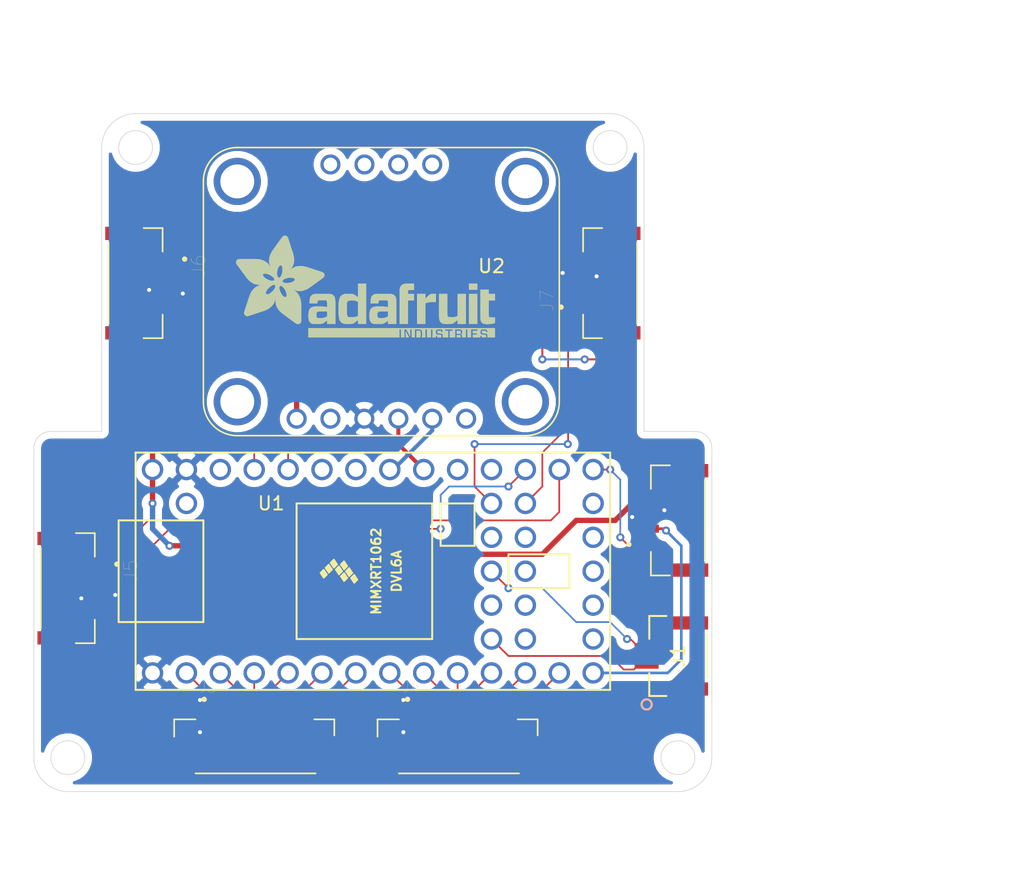
<source format=kicad_pcb>
(kicad_pcb (version 20171130) (host pcbnew "(5.1.9)-1")
  (layers (0 F.Cu signal) (31 B.Cu power) (34 B.Paste user) (35 F.Paste user) (36 B.SilkS user) (37 F.SilkS user) (38 B.Mask user) (39 F.Mask user) (44 Edge.Cuts user))
  (net 0 "")
  (net 1 "Net-(J3-Pad7)")
  (net 2 "Net-(J3-Pad6)")
  (net 3 "Net-(J3-Pad5)")
  (net 4 "Net-(J3-Pad4)")
  (net 5 "Net-(J3-Pad3)")
  (net 6 "Net-(J3-Pad2)")
  (net 7 "Net-(J4-Pad7)")
  (net 8 "Net-(J4-Pad6)")
  (net 9 "Net-(J4-Pad5)")
  (net 10 "Net-(J4-Pad4)")
  (net 11 "Net-(J4-Pad3)")
  (net 12 "Net-(J4-Pad2)")
  (net 13 "Net-(J5-Pad1)")
  (net 14 "Net-(J5-Pad2)")
  (net 15 "Net-(J6-Pad1)")
  (net 16 "Net-(J6-Pad2)")
  (net 17 "Net-(J7-Pad1)")
  (net 18 "Net-(J7-Pad2)")
  (net 19 "Net-(U1-Pad17)")
  (net 20 "Net-(U1-Pad16)")
  (net 21 "Net-(U1-Pad24)")
  (net 22 "Net-(U1-Pad25)")
  (net 23 "Net-(U1-Pad26)")
  (net 24 "Net-(U1-Pad27)")
  (net 25 "Net-(U1-Pad28)")
  (net 26 "Net-(U1-Pad31)")
  (net 27 "Net-(U1-Pad34)")
  (net 28 "Net-(U1-Pad37)")
  (net 29 "Net-(U1-Pad38)")
  (net 30 "Net-(U1-Pad39)")
  (net 31 "Net-(U1-Pad41)")
  (net 32 "Net-(U1-Pad42)")
  (net 33 "Net-(U1-Pad43)")
  (net 34 "Net-(J1-Pad2)")
  (net 35 "Net-(J1-Pad1)")
  (net 36 "Net-(U2-Pad10)")
  (net 37 "Net-(U2-Pad9)")
  (net 38 "Net-(U2-Pad8)")
  (net 39 "Net-(U2-Pad7)")
  (net 40 "Net-(U2-Pad6)")
  (net 41 "Net-(U2-Pad2)")
  (net 42 GND)
  (net 43 5V)
  (net 44 "Net-(U1-Pad19)")
  (net 45 "Net-(U1-Pad18)")
  (net 46 "Net-(J2-Pad1)")
  (net 47 "Net-(J2-Pad2)")
  (net 48 "Net-(U1-Pad15)")
  (net 49 "Net-(U1-Pad23)")
  (module UAS_Teensy:BNO055_Breakout (layer F.Cu) (at 118.11 55.88)
    (fp_text reference U2 (at -5.08 8.89) (layer F.SilkS))
    (fp_text value BNO055)
    (pad 6 thru_hole circle (at -6.98 20.32) (size 1.5 1.5) (drill 1.02) (layers *.Cu *.Mask) (net 40 "Net-(U2-Pad6)"))
    (pad 5 thru_hole circle (at -9.52 20.32) (size 1.5 1.5) (drill 1.02) (layers *.Cu *.Mask) (net 23 "Net-(U1-Pad26)"))
    (pad 4 thru_hole circle (at -12.06 20.32) (size 1.5 1.5) (drill 1.02) (layers *.Cu *.Mask) (net 22 "Net-(U1-Pad25)"))
    (pad 3 thru_hole circle (at -14.61 20.32) (size 1.5 1.5) (drill 1.02) (layers *.Cu *.Mask) (net 42 GND))
    (pad 2 thru_hole circle (at -17.15 20.32) (size 1.5 1.5) (drill 1.02) (layers *.Cu *.Mask) (net 41 "Net-(U2-Pad2)"))
    (pad 1 thru_hole circle (at -19.68 20.32) (size 1.5 1.5) (drill 1.02) (layers *.Cu *.Mask) (net 43 5V))
    (pad 10 thru_hole circle (at -9.52 1.27) (size 1.5 1.5) (drill 1.03) (layers *.Cu *.Mask) (net 36 "Net-(U2-Pad10)"))
    (pad 9 thru_hole circle (at -12.07 1.27) (size 1.5 1.5) (drill 1.02) (layers *.Cu *.Mask) (net 37 "Net-(U2-Pad9)"))
    (pad 8 thru_hole circle (at -14.6 1.27) (size 1.5 1.5) (drill 1.02) (layers *.Cu *.Mask) (net 38 "Net-(U2-Pad8)"))
    (pad 7 thru_hole circle (at -17.15 1.27) (size 1.5 1.5) (drill 1.02) (layers *.Cu *.Mask) (net 39 "Net-(U2-Pad7)"))
    (pad 13 thru_hole circle (at -24.13 19.05) (size 3.54 3.54) (drill 2.54) (layers *.Cu *.Mask))
    (pad 12 thru_hole circle (at -2.54 19.05) (size 3.54 3.54) (drill 2.54) (layers *.Cu *.Mask))
    (pad 14 thru_hole circle (at -24.13 2.54) (size 3.54 3.54) (drill 2.54) (layers *.Cu *.Mask))
    (pad 11 thru_hole circle (at -2.54 2.54) (size 3.54 3.54) (drill 2.54) (layers *.Cu *.Mask))
  )
  (module "UAS_Teensy:JST_SM04B-GHS-TB(LF)(SN)-" (layer F.Cu) (at 121.92 66.04 90)
    (fp_text reference J7 (at -1.32721 -4.71786 90) (layer F.SilkS) (effects (font (size 1.001669 1.001669) (thickness 0.015))))
    (fp_text value "SM04B-GHS-TB(LF)(SN)-")
    (pad SH2 smd rect (at 3.725 0.925 90) (size 1 2.7) (layers F.Cu F.Paste F.Mask))
    (pad 4 smd rect (at 1.875 -2.275 90) (size 0.6 1.7) (layers F.Cu F.Paste F.Mask) (net 43 5V))
    (pad 3 smd rect (at 0.625 -2.275 90) (size 0.6 1.7) (layers F.Cu F.Paste F.Mask) (net 42 GND))
    (pad 1 smd rect (at -1.875 -2.275 90) (size 0.6 1.7) (layers F.Cu F.Paste F.Mask) (net 17 "Net-(J7-Pad1)"))
    (pad 2 smd rect (at -0.625 -2.275 90) (size 0.6 1.7) (layers F.Cu F.Paste F.Mask) (net 18 "Net-(J7-Pad2)"))
    (pad SH1 smd rect (at -3.725 0.925 90) (size 1 2.7) (layers F.Cu F.Paste F.Mask))
  )
  (module "UAS_Teensy:JST_SM04B-GHS-TB(LF)(SN)-" (layer F.Cu) (at 86.36 66.04 270)
    (fp_text reference J6 (at -1.32721 -4.71786 90) (layer F.SilkS) (effects (font (size 1.001669 1.001669) (thickness 0.015))))
    (fp_text value "SM04B-GHS-TB(LF)(SN)-")
    (pad SH2 smd rect (at 3.725 0.925 270) (size 1 2.7) (layers F.Cu F.Paste F.Mask))
    (pad 4 smd rect (at 1.875 -2.275 270) (size 0.6 1.7) (layers F.Cu F.Paste F.Mask) (net 43 5V))
    (pad 3 smd rect (at 0.625 -2.275 270) (size 0.6 1.7) (layers F.Cu F.Paste F.Mask) (net 42 GND))
    (pad 1 smd rect (at -1.875 -2.275 270) (size 0.6 1.7) (layers F.Cu F.Paste F.Mask) (net 15 "Net-(J6-Pad1)"))
    (pad 2 smd rect (at -0.625 -2.275 270) (size 0.6 1.7) (layers F.Cu F.Paste F.Mask) (net 16 "Net-(J6-Pad2)"))
    (pad SH1 smd rect (at -3.725 0.925 270) (size 1 2.7) (layers F.Cu F.Paste F.Mask))
  )
  (module "UAS_Teensy:JST_SM04B-GHS-TB(LF)(SN)-" (layer F.Cu) (at 81.28 88.9 270)
    (fp_text reference J5 (at -1.32721 -4.71786 90) (layer F.SilkS) (effects (font (size 1.001669 1.001669) (thickness 0.015))))
    (fp_text value "SM04B-GHS-TB(LF)(SN)-")
    (pad SH2 smd rect (at 3.725 0.925 270) (size 1 2.7) (layers F.Cu F.Paste F.Mask))
    (pad 4 smd rect (at 1.875 -2.275 270) (size 0.6 1.7) (layers F.Cu F.Paste F.Mask) (net 43 5V))
    (pad 3 smd rect (at 0.625 -2.275 270) (size 0.6 1.7) (layers F.Cu F.Paste F.Mask) (net 42 GND))
    (pad 1 smd rect (at -1.875 -2.275 270) (size 0.6 1.7) (layers F.Cu F.Paste F.Mask) (net 13 "Net-(J5-Pad1)"))
    (pad 2 smd rect (at -0.625 -2.275 270) (size 0.6 1.7) (layers F.Cu F.Paste F.Mask) (net 14 "Net-(J5-Pad2)"))
    (pad SH1 smd rect (at -3.725 0.925 270) (size 1 2.7) (layers F.Cu F.Paste F.Mask))
  )
  (module "UAS_Teensy:JST_SM07B-GHS-TB(LF)(SN)" (layer F.Cu) (at 110.49 100.33)
    (fp_text reference J4 (at -3.461675 -4.009935) (layer F.SilkS) (effects (font (size 0.800386 0.800386) (thickness 0.015))))
    (fp_text value "SM07B-GHS-TB(LF)(SN)")
    (pad S2 smd rect (at -5.6 1.35) (size 1 2.7) (layers F.Cu F.Paste F.Mask))
    (pad 7 smd rect (at 3.75 -1.85) (size 0.6 1.7) (layers F.Cu F.Paste F.Mask) (net 7 "Net-(J4-Pad7)"))
    (pad 6 smd rect (at 2.5 -1.85) (size 0.6 1.7) (layers F.Cu F.Paste F.Mask) (net 8 "Net-(J4-Pad6)"))
    (pad S1 smd rect (at 5.6 1.35) (size 1 2.7) (layers F.Cu F.Paste F.Mask))
    (pad 5 smd rect (at 1.25 -1.85) (size 0.6 1.7) (layers F.Cu F.Paste F.Mask) (net 9 "Net-(J4-Pad5)"))
    (pad 4 smd rect (at 0 -1.85) (size 0.6 1.7) (layers F.Cu F.Paste F.Mask) (net 10 "Net-(J4-Pad4)"))
    (pad 3 smd rect (at -1.25 -1.85) (size 0.6 1.7) (layers F.Cu F.Paste F.Mask) (net 11 "Net-(J4-Pad3)"))
    (pad 2 smd rect (at -2.5 -1.85) (size 0.6 1.7) (layers F.Cu F.Paste F.Mask) (net 12 "Net-(J4-Pad2)"))
    (pad 1 smd rect (at -3.75 -1.85) (size 0.6 1.7) (layers F.Cu F.Paste F.Mask) (net 42 GND))
  )
  (module "UAS_Teensy:JST_SM07B-GHS-TB(LF)(SN)" (layer F.Cu) (at 95.25 100.33)
    (fp_text reference J3 (at -3.461675 -4.009935) (layer F.SilkS) (effects (font (size 0.800386 0.800386) (thickness 0.015))))
    (fp_text value "SM07B-GHS-TB(LF)(SN)")
    (pad S2 smd rect (at -5.6 1.35) (size 1 2.7) (layers F.Cu F.Paste F.Mask))
    (pad 7 smd rect (at 3.75 -1.85) (size 0.6 1.7) (layers F.Cu F.Paste F.Mask) (net 1 "Net-(J3-Pad7)"))
    (pad 6 smd rect (at 2.5 -1.85) (size 0.6 1.7) (layers F.Cu F.Paste F.Mask) (net 2 "Net-(J3-Pad6)"))
    (pad S1 smd rect (at 5.6 1.35) (size 1 2.7) (layers F.Cu F.Paste F.Mask))
    (pad 5 smd rect (at 1.25 -1.85) (size 0.6 1.7) (layers F.Cu F.Paste F.Mask) (net 3 "Net-(J3-Pad5)"))
    (pad 4 smd rect (at 0 -1.85) (size 0.6 1.7) (layers F.Cu F.Paste F.Mask) (net 4 "Net-(J3-Pad4)"))
    (pad 3 smd rect (at -1.25 -1.85) (size 0.6 1.7) (layers F.Cu F.Paste F.Mask) (net 5 "Net-(J3-Pad3)"))
    (pad 2 smd rect (at -2.5 -1.85) (size 0.6 1.7) (layers F.Cu F.Paste F.Mask) (net 6 "Net-(J3-Pad2)"))
    (pad 1 smd rect (at -3.75 -1.85) (size 0.6 1.7) (layers F.Cu F.Paste F.Mask) (net 42 GND))
  )
  (module "UAS_Teensy:JST_SM04B-GHS-TB(LF)(SN)-" (layer F.Cu) (at 127 83.82 90)
    (fp_text reference J2 (at -1.32721 -4.71786 90) (layer F.SilkS) (effects (font (size 1.001669 1.001669) (thickness 0.015))))
    (fp_text value "SM04B-GHS-TB(LF)(SN)-")
    (pad SH2 smd rect (at 3.725 0.925 90) (size 1 2.7) (layers F.Cu F.Paste F.Mask))
    (pad 4 smd rect (at 1.875 -2.275 90) (size 0.6 1.7) (layers F.Cu F.Paste F.Mask) (net 43 5V))
    (pad 3 smd rect (at 0.625 -2.275 90) (size 0.6 1.7) (layers F.Cu F.Paste F.Mask) (net 42 GND))
    (pad 1 smd rect (at -1.875 -2.275 90) (size 0.6 1.7) (layers F.Cu F.Paste F.Mask) (net 46 "Net-(J2-Pad1)"))
    (pad 2 smd rect (at -0.625 -2.275 90) (size 0.6 1.7) (layers F.Cu F.Paste F.Mask) (net 47 "Net-(J2-Pad2)"))
    (pad SH1 smd rect (at -3.725 0.925 90) (size 1 2.7) (layers F.Cu F.Paste F.Mask))
  )
  (module UAS_Teensy:Teensy40 (layer F.Cu) (at 104.14 87.63)
    (fp_text reference U1 (at -7.62 -5.08) (layer F.SilkS))
    (fp_text value Teensy4.0)
    (fp_text user MIMXRT1062 (at 0.254 0 90) (layer F.SilkS) (effects (font (size 0.7 0.7))))
    (fp_text user DVL6A (at 1.778 0 90) (layer F.SilkS) (effects (font (size 0.7 0.7))))
    (pad 17 thru_hole circle (at 16.51 0) (size 1.6 1.6) (drill 1.1) (layers *.Cu *.Mask) (net 19 "Net-(U1-Pad17)"))
    (pad 18 thru_hole circle (at 16.51 -2.54) (size 1.6 1.6) (drill 1.1) (layers *.Cu *.Mask) (net 45 "Net-(U1-Pad18)"))
    (pad 19 thru_hole circle (at 16.51 -5.08) (size 1.6 1.6) (drill 1.1) (layers *.Cu *.Mask) (net 44 "Net-(U1-Pad19)"))
    (pad 20 thru_hole circle (at 16.51 -7.62) (size 1.6 1.6) (drill 1.1) (layers *.Cu *.Mask) (net 46 "Net-(J2-Pad1)"))
    (pad 16 thru_hole circle (at 16.51 2.54) (size 1.6 1.6) (drill 1.1) (layers *.Cu *.Mask) (net 20 "Net-(U1-Pad16)"))
    (pad 15 thru_hole circle (at 16.51 5.08) (size 1.6 1.6) (drill 1.1) (layers *.Cu *.Mask) (net 48 "Net-(U1-Pad15)"))
    (pad 14 thru_hole circle (at 16.51 7.62) (size 1.6 1.6) (drill 1.1) (layers *.Cu *.Mask) (net 47 "Net-(J2-Pad2)"))
    (pad 21 thru_hole circle (at 13.97 -7.62) (size 1.6 1.6) (drill 1.1) (layers *.Cu *.Mask) (net 13 "Net-(J5-Pad1)"))
    (pad 22 thru_hole circle (at 11.43 -7.62) (size 1.6 1.6) (drill 1.1) (layers *.Cu *.Mask) (net 14 "Net-(J5-Pad2)"))
    (pad 23 thru_hole circle (at 8.89 -7.62) (size 1.6 1.6) (drill 1.1) (layers *.Cu *.Mask) (net 49 "Net-(U1-Pad23)"))
    (pad 24 thru_hole circle (at 6.35 -7.62) (size 1.6 1.6) (drill 1.1) (layers *.Cu *.Mask) (net 21 "Net-(U1-Pad24)"))
    (pad 25 thru_hole circle (at 3.81 -7.62) (size 1.6 1.6) (drill 1.1) (layers *.Cu *.Mask) (net 22 "Net-(U1-Pad25)"))
    (pad 26 thru_hole circle (at 1.27 -7.62) (size 1.6 1.6) (drill 1.1) (layers *.Cu *.Mask) (net 23 "Net-(U1-Pad26)"))
    (pad 27 thru_hole circle (at -1.27 -7.62) (size 1.6 1.6) (drill 1.1) (layers *.Cu *.Mask) (net 24 "Net-(U1-Pad27)"))
    (pad 28 thru_hole circle (at -3.81 -7.62) (size 1.6 1.6) (drill 1.1) (layers *.Cu *.Mask) (net 25 "Net-(U1-Pad28)"))
    (pad 29 thru_hole circle (at -6.35 -7.62) (size 1.6 1.6) (drill 1.1) (layers *.Cu *.Mask) (net 15 "Net-(J6-Pad1)"))
    (pad 30 thru_hole circle (at -8.89 -7.62) (size 1.6 1.6) (drill 1.1) (layers *.Cu *.Mask) (net 16 "Net-(J6-Pad2)"))
    (pad 31 thru_hole circle (at -11.43 -7.62) (size 1.6 1.6) (drill 1.1) (layers *.Cu *.Mask) (net 26 "Net-(U1-Pad31)"))
    (pad 32 thru_hole circle (at -13.97 -7.62) (size 1.6 1.6) (drill 1.1) (layers *.Cu *.Mask) (net 42 GND))
    (pad 33 thru_hole circle (at -16.51 -7.62) (size 1.6 1.6) (drill 1.1) (layers *.Cu *.Mask) (net 43 5V))
    (pad 34 thru_hole circle (at -13.97 -5.08) (size 1.6 1.6) (drill 1.1) (layers *.Cu *.Mask) (net 27 "Net-(U1-Pad34)"))
    (pad 13 thru_hole circle (at 13.97 7.62) (size 1.6 1.6) (drill 1.1) (layers *.Cu *.Mask) (net 7 "Net-(J4-Pad7)"))
    (pad 12 thru_hole circle (at 11.43 7.62) (size 1.6 1.6) (drill 1.1) (layers *.Cu *.Mask) (net 8 "Net-(J4-Pad6)"))
    (pad 11 thru_hole circle (at 8.89 7.62) (size 1.6 1.6) (drill 1.1) (layers *.Cu *.Mask) (net 9 "Net-(J4-Pad5)"))
    (pad 10 thru_hole circle (at 6.35 7.62) (size 1.6 1.6) (drill 1.1) (layers *.Cu *.Mask) (net 10 "Net-(J4-Pad4)"))
    (pad 9 thru_hole circle (at 3.81 7.62) (size 1.6 1.6) (drill 1.1) (layers *.Cu *.Mask) (net 11 "Net-(J4-Pad3)"))
    (pad 8 thru_hole circle (at 1.27 7.62) (size 1.6 1.6) (drill 1.1) (layers *.Cu *.Mask) (net 12 "Net-(J4-Pad2)"))
    (pad 7 thru_hole circle (at -1.27 7.62) (size 1.6 1.6) (drill 1.1) (layers *.Cu *.Mask) (net 1 "Net-(J3-Pad7)"))
    (pad 6 thru_hole circle (at -3.81 7.62) (size 1.6 1.6) (drill 1.1) (layers *.Cu *.Mask) (net 2 "Net-(J3-Pad6)"))
    (pad 5 thru_hole circle (at -6.35 7.62) (size 1.6 1.6) (drill 1.1) (layers *.Cu *.Mask) (net 3 "Net-(J3-Pad5)"))
    (pad 4 thru_hole circle (at -8.89 7.62) (size 1.6 1.6) (drill 1.1) (layers *.Cu *.Mask) (net 4 "Net-(J3-Pad4)"))
    (pad 3 thru_hole circle (at -11.43 7.62) (size 1.6 1.6) (drill 1.1) (layers *.Cu *.Mask) (net 5 "Net-(J3-Pad3)"))
    (pad 2 thru_hole circle (at -13.97 7.62) (size 1.6 1.6) (drill 1.1) (layers *.Cu *.Mask) (net 6 "Net-(J3-Pad2)"))
    (pad 1 thru_hole circle (at -16.51 7.62) (size 1.6 1.6) (drill 1.1) (layers *.Cu *.Mask) (net 42 GND))
    (pad 35 thru_hole circle (at 11.43 -5.08) (size 1.6 1.6) (drill 1.1) (layers *.Cu *.Mask) (net 18 "Net-(J7-Pad2)"))
    (pad 36 thru_hole circle (at 8.89 -5.08) (size 1.6 1.6) (drill 1.1) (layers *.Cu *.Mask) (net 17 "Net-(J7-Pad1)"))
    (pad 37 thru_hole circle (at 11.43 -2.54) (size 1.6 1.6) (drill 1.1) (layers *.Cu *.Mask) (net 28 "Net-(U1-Pad37)"))
    (pad 38 thru_hole circle (at 8.89 -2.54) (size 1.6 1.6) (drill 1.1) (layers *.Cu *.Mask) (net 29 "Net-(U1-Pad38)"))
    (pad 39 thru_hole circle (at 11.43 0) (size 1.6 1.6) (drill 1.1) (layers *.Cu *.Mask) (net 30 "Net-(U1-Pad39)"))
    (pad 40 thru_hole circle (at 8.89 0) (size 1.6 1.6) (drill 1.1) (layers *.Cu *.Mask) (net 34 "Net-(J1-Pad2)"))
    (pad 41 thru_hole circle (at 11.43 2.54) (size 1.6 1.6) (drill 1.1) (layers *.Cu *.Mask) (net 31 "Net-(U1-Pad41)"))
    (pad 42 thru_hole circle (at 8.89 2.54) (size 1.6 1.6) (drill 1.1) (layers *.Cu *.Mask) (net 32 "Net-(U1-Pad42)"))
    (pad 43 thru_hole circle (at 11.43 5.08) (size 1.6 1.6) (drill 1.1) (layers *.Cu *.Mask) (net 33 "Net-(U1-Pad43)"))
    (pad 44 thru_hole circle (at 8.89 5.08) (size 1.6 1.6) (drill 1.1) (layers *.Cu *.Mask) (net 35 "Net-(J1-Pad1)"))
  )
  (module UAS_Teensy:SM02BGHSTBLFSN (layer F.Cu) (at 127 93.98 90)
    (fp_text reference J1 (at 0 0 90) (layer F.SilkS))
    (fp_text value "UAS-rescue_SM02B-PASS-TBT(LF)(SN)-SM02B-PASS-TBT_LF__SN_" hide)
    (pad 1 smd rect (at -0.625 -2.344979 90) (size 0.6604 1.8034) (layers F.Cu F.Paste F.Mask) (net 35 "Net-(J1-Pad1)"))
    (pad 2 smd rect (at 0.625 -2.344979 90) (size 0.6604 1.8034) (layers F.Cu F.Paste F.Mask) (net 34 "Net-(J1-Pad2)"))
    (pad 3 smd rect (at -2.474999 0.865022 180) (size 2.794 0.9906) (layers F.Cu F.Paste F.Mask))
    (pad 4 smd rect (at 2.474999 0.865022 180) (size 2.794 0.9906) (layers F.Cu F.Paste F.Mask))
  )
  (module SquantorLabels:Label_version (layer F.Cu) (at 148 105)
    (fp_text reference N2 hide)
    (fp_text value V20180719 hide)
  )
  (gr_line (start 129.54 78.4225) (end 129.54 101.6) (layer Edge.Cuts) (width 0.05))
  (gr_line (start 83.82 77.1525) (end 83.82 55.88) (layer Edge.Cuts) (width 0.05))
  (gr_line (start 127 104.139999) (end 81.280001 104.139999) (layer Edge.Cuts) (width 0.05))
  (gr_arc (start 128.27 78.4225) (end 129.54 78.4225) (angle -90) (layer Edge.Cuts) (width 0.05))
  (gr_circle (center 86.36 55.88) (end 87.63 55.88) (layer Edge.Cuts) (width 0.05))
  (gr_arc (start 86.36 55.88) (end 86.36 53.34) (angle -90) (layer Edge.Cuts) (width 0.05))
  (gr_circle (center 127 101.6) (end 128.27 101.6) (layer Edge.Cuts) (width 0.05))
  (gr_line (start 124.46 55.88) (end 124.46 77.1525) (layer Edge.Cuts) (width 0.05))
  (gr_line (start 78.740001 101.6) (end 78.740001 78.4225) (layer Edge.Cuts) (width 0.05))
  (gr_circle (center 81.280001 101.6) (end 82.550001 101.6) (layer Edge.Cuts) (width 0.05))
  (gr_circle (center 121.92 55.88) (end 123.19 55.88) (layer Edge.Cuts) (width 0.05))
  (gr_arc (start 121.92 55.88) (end 124.46 55.88) (angle -90) (layer Edge.Cuts) (width 0.05))
  (gr_line (start 80.010001 77.1525) (end 83.82 77.1525) (layer Edge.Cuts) (width 0.05))
  (gr_arc (start 81.280001 101.6) (end 78.740001 101.6) (angle -90) (layer Edge.Cuts) (width 0.05))
  (gr_line (start 124.46 77.1525) (end 128.27 77.1525) (layer Edge.Cuts) (width 0.05))
  (gr_arc (start 80.010001 78.4225) (end 80.010001 77.1525) (angle -90) (layer Edge.Cuts) (width 0.05))
  (gr_line (start 86.36 53.34) (end 121.92 53.34) (layer Edge.Cuts) (width 0.05))
  (gr_arc (start 127 101.6) (end 127 104.139999) (angle -90) (layer Edge.Cuts) (width 0.05))
  (segment (start 99.64 98.48) (end 102.87 95.25) (width 0.127) (layer F.Cu) (net 1))
  (segment (start 99 98.48) (end 99.64 98.48) (width 0.127) (layer F.Cu) (net 1))
  (segment (start 99.530001 96.049999) (end 100.33 95.25) (width 0.127) (layer F.Cu) (net 2))
  (segment (start 97.75 97.83) (end 99.530001 96.049999) (width 0.127) (layer F.Cu) (net 2))
  (segment (start 97.75 98.48) (end 97.75 97.83) (width 0.127) (layer F.Cu) (net 2))
  (segment (start 96.5 96.54) (end 97.79 95.25) (width 0.127) (layer F.Cu) (net 3))
  (segment (start 96.5 98.48) (end 96.5 96.54) (width 0.127) (layer F.Cu) (net 3))
  (segment (start 95.25 98.48) (end 95.25 95.25) (width 0.127) (layer F.Cu) (net 4))
  (segment (start 94 96.54) (end 92.71 95.25) (width 0.127) (layer F.Cu) (net 5))
  (segment (start 94 98.48) (end 94 96.54) (width 0.127) (layer F.Cu) (net 5))
  (segment (start 90.969999 96.049999) (end 90.17 95.25) (width 0.127) (layer F.Cu) (net 6))
  (segment (start 92.75 97.83) (end 90.969999 96.049999) (width 0.127) (layer F.Cu) (net 6))
  (segment (start 92.75 98.48) (end 92.75 97.83) (width 0.127) (layer F.Cu) (net 6))
  (segment (start 114.88 98.48) (end 118.11 95.25) (width 0.127) (layer F.Cu) (net 7))
  (segment (start 114.24 98.48) (end 114.88 98.48) (width 0.127) (layer F.Cu) (net 7))
  (segment (start 112.99 97.93) (end 113.03 97.89) (width 0.127) (layer F.Cu) (net 8))
  (segment (start 112.99 98.48) (end 112.99 97.93) (width 0.127) (layer F.Cu) (net 8))
  (segment (start 112.99 98.48) (end 112.99 97.83) (width 0.127) (layer F.Cu) (net 8))
  (segment (start 112.99 97.83) (end 115.57 95.25) (width 0.127) (layer F.Cu) (net 8))
  (segment (start 111.74 96.54) (end 113.03 95.25) (width 0.127) (layer F.Cu) (net 9))
  (segment (start 111.74 98.48) (end 111.74 96.54) (width 0.127) (layer F.Cu) (net 9))
  (segment (start 110.49 98.48) (end 110.49 95.25) (width 0.127) (layer F.Cu) (net 10))
  (segment (start 109.24 96.54) (end 107.95 95.25) (width 0.127) (layer F.Cu) (net 11))
  (segment (start 109.24 98.48) (end 109.24 96.54) (width 0.127) (layer F.Cu) (net 11))
  (segment (start 106.209999 96.049999) (end 105.41 95.25) (width 0.127) (layer F.Cu) (net 12))
  (segment (start 107.99 97.83) (end 106.209999 96.049999) (width 0.127) (layer F.Cu) (net 12))
  (segment (start 107.99 98.48) (end 107.99 97.83) (width 0.127) (layer F.Cu) (net 12))
  (segment (start 84.105 87.025) (end 87.31 83.82) (width 0.127) (layer F.Cu) (net 13))
  (segment (start 83.555 87.025) (end 84.105 87.025) (width 0.127) (layer F.Cu) (net 13))
  (segment (start 87.31 83.82) (end 117.475 83.82) (width 0.127) (layer F.Cu) (net 13))
  (segment (start 117.475 83.82) (end 118.11 83.185) (width 0.127) (layer F.Cu) (net 13))
  (segment (start 118.11 83.185) (end 118.11 80.01) (width 0.127) (layer F.Cu) (net 13))
  (segment (start 84.105 88.275) (end 84.115 88.265) (width 0.127) (layer F.Cu) (net 14))
  (segment (start 83.555 88.275) (end 84.105 88.275) (width 0.127) (layer F.Cu) (net 14))
  (segment (start 84.115 88.265) (end 85.09 88.265) (width 0.127) (layer F.Cu) (net 14))
  (segment (start 85.09 88.265) (end 88.9 84.455) (width 0.127) (layer F.Cu) (net 14))
  (segment (start 88.9 84.455) (end 109.22 84.455) (width 0.127) (layer F.Cu) (net 14))
  (via (at 109.22 84.455) (size 0.6) (drill 0.3) (layers F.Cu B.Cu) (net 14))
  (segment (start 109.22 84.455) (end 109.22 81.915) (width 0.127) (layer B.Cu) (net 14))
  (segment (start 109.22 81.915) (end 109.855 81.28) (width 0.127) (layer B.Cu) (net 14))
  (segment (start 109.855 81.28) (end 114.3 81.28) (width 0.127) (layer B.Cu) (net 14))
  (segment (start 114.3 81.28) (end 114.3 81.28) (width 0.127) (layer B.Cu) (net 14))
  (via (at 114.3 81.28) (size 0.6) (drill 0.3) (layers F.Cu B.Cu) (net 14))
  (segment (start 114.3 81.28) (end 115.57 80.01) (width 0.127) (layer F.Cu) (net 14))
  (segment (start 89.185 64.165) (end 89.215 64.135) (width 0.127) (layer F.Cu) (net 15))
  (segment (start 88.635 64.165) (end 89.185 64.165) (width 0.127) (layer F.Cu) (net 15))
  (segment (start 97.79 78.105) (end 97.79 80.01) (width 0.127) (layer F.Cu) (net 15))
  (segment (start 90.775 64.165) (end 91.44 64.83) (width 0.127) (layer F.Cu) (net 15))
  (segment (start 88.635 64.165) (end 90.775 64.165) (width 0.127) (layer F.Cu) (net 15))
  (segment (start 91.44 64.83) (end 91.44 76.2) (width 0.127) (layer F.Cu) (net 15))
  (segment (start 91.44 76.2) (end 92.71 77.47) (width 0.127) (layer F.Cu) (net 15))
  (segment (start 92.71 77.47) (end 97.155 77.47) (width 0.127) (layer F.Cu) (net 15))
  (segment (start 97.155 77.47) (end 97.79 78.105) (width 0.127) (layer F.Cu) (net 15))
  (segment (start 95.25 78.74) (end 95.25 80.01) (width 0.127) (layer F.Cu) (net 16))
  (segment (start 89.185 65.415) (end 90.805 67.035) (width 0.127) (layer F.Cu) (net 16))
  (segment (start 90.805 67.035) (end 90.805 77.47) (width 0.127) (layer F.Cu) (net 16))
  (segment (start 90.805 77.47) (end 91.44 78.105) (width 0.127) (layer F.Cu) (net 16))
  (segment (start 91.44 78.105) (end 94.615 78.105) (width 0.127) (layer F.Cu) (net 16))
  (segment (start 94.615 78.105) (end 95.25 78.74) (width 0.127) (layer F.Cu) (net 16))
  (segment (start 88.635 65.415) (end 89.185 65.415) (width 0.127) (layer F.Cu) (net 16))
  (segment (start 119.645 68.342) (end 118.772 69.215) (width 0.127) (layer F.Cu) (net 17))
  (segment (start 119.645 67.915) (end 119.645 68.342) (width 0.127) (layer F.Cu) (net 17))
  (segment (start 118.772 69.215) (end 118.772 78.078) (width 0.127) (layer F.Cu) (net 17))
  (segment (start 118.772 78.078) (end 118.745 78.105) (width 0.127) (layer F.Cu) (net 17))
  (via (at 118.745 78.105) (size 0.6) (drill 0.3) (layers F.Cu B.Cu) (net 17))
  (segment (start 118.745 78.105) (end 111.76 78.105) (width 0.127) (layer B.Cu) (net 17))
  (via (at 111.76 78.105) (size 0.6) (drill 0.3) (layers F.Cu B.Cu) (net 17))
  (segment (start 111.76 78.105) (end 111.76 81.28) (width 0.127) (layer F.Cu) (net 17))
  (segment (start 111.76 81.28) (end 113.03 82.55) (width 0.127) (layer F.Cu) (net 17))
  (segment (start 119.095 66.665) (end 118.11 67.65) (width 0.127) (layer F.Cu) (net 18))
  (segment (start 119.645 66.665) (end 119.095 66.665) (width 0.127) (layer F.Cu) (net 18))
  (segment (start 118.11 67.65) (end 118.11 77.47) (width 0.127) (layer F.Cu) (net 18))
  (segment (start 118.11 77.47) (end 116.84 78.74) (width 0.127) (layer F.Cu) (net 18))
  (segment (start 116.84 81.28) (end 115.57 82.55) (width 0.127) (layer F.Cu) (net 18))
  (segment (start 116.84 78.74) (end 116.84 81.28) (width 0.127) (layer F.Cu) (net 18))
  (segment (start 106.05 78.11) (end 107.95 80.01) (width 0.3) (layer F.Cu) (net 22))
  (segment (start 106.05 76.2) (end 106.05 78.11) (width 0.3) (layer F.Cu) (net 22))
  (segment (start 105.664 80.01) (end 108.59 77.084) (width 0.3) (layer B.Cu) (net 23))
  (segment (start 108.59 77.084) (end 108.59 76.2) (width 0.3) (layer B.Cu) (net 23))
  (segment (start 105.41 80.01) (end 105.664 80.01) (width 0.3) (layer B.Cu) (net 23))
  (segment (start 124.083521 93.355) (end 123.438521 92.71) (width 0.127) (layer F.Cu) (net 34))
  (segment (start 124.655021 93.355) (end 124.083521 93.355) (width 0.127) (layer F.Cu) (net 34))
  (via (at 123.19 92.71) (size 0.6) (drill 0.3) (layers F.Cu B.Cu) (net 34))
  (segment (start 123.438521 92.71) (end 123.19 92.71) (width 0.127) (layer F.Cu) (net 34))
  (segment (start 121.92 91.44) (end 119.38 91.44) (width 0.127) (layer B.Cu) (net 34))
  (segment (start 123.19 92.71) (end 121.92 91.44) (width 0.127) (layer B.Cu) (net 34))
  (segment (start 119.38 91.44) (end 118.11 90.17) (width 0.127) (layer B.Cu) (net 34))
  (segment (start 118.11 90.17) (end 116.84 88.9) (width 0.127) (layer B.Cu) (net 34))
  (via (at 114.3 88.9) (size 0.6) (drill 0.3) (layers F.Cu B.Cu) (net 34))
  (segment (start 116.84 88.9) (end 114.3 88.9) (width 0.127) (layer B.Cu) (net 34))
  (segment (start 114.3 88.9) (end 113.03 87.63) (width 0.127) (layer F.Cu) (net 34))
  (segment (start 121.92 93.98) (end 114.3 93.98) (width 0.127) (layer F.Cu) (net 35))
  (segment (start 122.936 94.996) (end 121.92 93.98) (width 0.127) (layer F.Cu) (net 35))
  (segment (start 124.083521 94.605) (end 123.692521 94.996) (width 0.127) (layer F.Cu) (net 35))
  (segment (start 114.3 93.98) (end 113.03 92.71) (width 0.127) (layer F.Cu) (net 35))
  (segment (start 123.692521 94.996) (end 122.936 94.996) (width 0.127) (layer F.Cu) (net 35))
  (segment (start 124.655021 94.605) (end 124.083521 94.605) (width 0.127) (layer F.Cu) (net 35))
  (via (at 82.296 89.662) (size 0.6) (drill 0.3) (layers F.Cu B.Cu) (net 42))
  (segment (start 82.433 89.525) (end 82.296 89.662) (width 0.5) (layer F.Cu) (net 42))
  (segment (start 83.555 89.525) (end 82.433 89.525) (width 0.5) (layer F.Cu) (net 42))
  (via (at 84.836 89.408) (size 0.6) (drill 0.3) (layers F.Cu B.Cu) (net 42))
  (segment (start 84.719 89.525) (end 84.836 89.408) (width 0.5) (layer F.Cu) (net 42))
  (segment (start 83.555 89.525) (end 84.719 89.525) (width 0.5) (layer F.Cu) (net 42))
  (via (at 89.897164 66.820836) (size 0.6) (drill 0.3) (layers F.Cu B.Cu) (net 42))
  (segment (start 89.741328 66.665) (end 89.897164 66.820836) (width 0.5) (layer F.Cu) (net 42))
  (segment (start 88.635 66.665) (end 89.741328 66.665) (width 0.5) (layer F.Cu) (net 42))
  (via (at 87.376 66.548) (size 0.6) (drill 0.3) (layers F.Cu B.Cu) (net 42))
  (segment (start 87.493 66.665) (end 87.376 66.548) (width 0.5) (layer F.Cu) (net 42))
  (segment (start 88.635 66.665) (end 87.493 66.665) (width 0.5) (layer F.Cu) (net 42))
  (via (at 118.364 65.278) (size 0.6) (drill 0.3) (layers F.Cu B.Cu) (net 42))
  (segment (start 118.501 65.415) (end 118.364 65.278) (width 0.5) (layer F.Cu) (net 42))
  (segment (start 119.645 65.415) (end 118.501 65.415) (width 0.5) (layer F.Cu) (net 42))
  (via (at 120.904 65.532) (size 0.6) (drill 0.3) (layers F.Cu B.Cu) (net 42))
  (segment (start 120.787 65.415) (end 120.904 65.532) (width 0.5) (layer F.Cu) (net 42))
  (segment (start 119.645 65.415) (end 120.787 65.415) (width 0.5) (layer F.Cu) (net 42))
  (segment (start 125.847 83.195) (end 125.984 83.058) (width 0.5) (layer F.Cu) (net 42))
  (via (at 125.984 83.058) (size 0.6) (drill 0.3) (layers F.Cu B.Cu) (net 42))
  (segment (start 124.725 83.195) (end 125.847 83.195) (width 0.5) (layer F.Cu) (net 42))
  (segment (start 123.942 83.195) (end 123.571 83.566) (width 0.5) (layer F.Cu) (net 42))
  (via (at 123.571 83.566) (size 0.6) (drill 0.3) (layers F.Cu B.Cu) (net 42))
  (segment (start 124.725 83.195) (end 123.942 83.195) (width 0.5) (layer F.Cu) (net 42))
  (via (at 91.186 99.695) (size 0.6) (drill 0.3) (layers F.Cu B.Cu) (net 42))
  (segment (start 91.5 99.381) (end 91.186 99.695) (width 0.5) (layer F.Cu) (net 42))
  (segment (start 91.5 98.48) (end 91.5 99.381) (width 0.5) (layer F.Cu) (net 42))
  (via (at 91.186 97.282) (size 0.6) (drill 0.3) (layers F.Cu B.Cu) (net 42))
  (segment (start 91.5 97.596) (end 91.186 97.282) (width 0.5) (layer F.Cu) (net 42))
  (segment (start 91.5 98.48) (end 91.5 97.596) (width 0.5) (layer F.Cu) (net 42))
  (via (at 106.426 97.282) (size 0.6) (drill 0.3) (layers F.Cu B.Cu) (net 42))
  (segment (start 106.74 97.596) (end 106.426 97.282) (width 0.5) (layer F.Cu) (net 42))
  (segment (start 106.74 98.48) (end 106.74 97.596) (width 0.5) (layer F.Cu) (net 42))
  (via (at 106.426 99.695) (size 0.6) (drill 0.3) (layers F.Cu B.Cu) (net 42))
  (segment (start 106.74 99.381) (end 106.426 99.695) (width 0.5) (layer F.Cu) (net 42))
  (segment (start 106.74 98.48) (end 106.74 99.381) (width 0.5) (layer F.Cu) (net 42))
  (segment (start 87.63 80.01) (end 87.63 82.55) (width 0.4) (layer F.Cu) (net 43))
  (via (at 87.63 82.55) (size 0.6) (drill 0.3) (layers F.Cu B.Cu) (net 43))
  (segment (start 87.63 82.55) (end 87.63 84.455) (width 0.4) (layer B.Cu) (net 43))
  (segment (start 87.63 84.455) (end 88.9 85.725) (width 0.4) (layer B.Cu) (net 43))
  (via (at 88.9 85.725) (size 0.6) (drill 0.3) (layers F.Cu B.Cu) (net 43))
  (segment (start 88.9 85.725) (end 94.615 85.725) (width 0.4) (layer F.Cu) (net 43))
  (segment (start 95.885 86.995) (end 95.885 88.9) (width 0.4) (layer F.Cu) (net 43))
  (segment (start 94.615 85.725) (end 95.885 86.995) (width 0.4) (layer F.Cu) (net 43))
  (segment (start 94.01 90.775) (end 95.885 88.9) (width 0.4) (layer F.Cu) (net 43))
  (segment (start 83.555 90.775) (end 94.01 90.775) (width 0.4) (layer F.Cu) (net 43))
  (segment (start 124.725 81.945) (end 124.175 81.945) (width 0.15) (layer F.Cu) (net 43))
  (segment (start 95.885 88.9) (end 106.68 88.9) (width 1.25) (layer F.Cu) (net 43))
  (segment (start 89.185 67.915) (end 90.17 68.9) (width 0.4) (layer F.Cu) (net 43))
  (segment (start 88.635 67.915) (end 89.185 67.915) (width 0.4) (layer F.Cu) (net 43))
  (segment (start 90.17 68.9) (end 90.17 77.47) (width 0.4) (layer F.Cu) (net 43))
  (segment (start 90.17 77.47) (end 89.535 78.105) (width 0.4) (layer F.Cu) (net 43))
  (segment (start 89.535 78.105) (end 88.265 78.105) (width 0.4) (layer F.Cu) (net 43))
  (segment (start 87.63 78.74) (end 87.63 80.01) (width 0.4) (layer F.Cu) (net 43))
  (segment (start 88.265 78.105) (end 87.63 78.74) (width 0.4) (layer F.Cu) (net 43))
  (segment (start 119.095 64.165) (end 119.065 64.135) (width 0.15) (layer F.Cu) (net 43))
  (segment (start 119.645 64.165) (end 119.095 64.165) (width 0.15) (layer F.Cu) (net 43))
  (segment (start 119.065 64.135) (end 118.11 64.135) (width 0.15) (layer F.Cu) (net 43))
  (segment (start 118.11 64.135) (end 116.84 65.405) (width 0.15) (layer F.Cu) (net 43))
  (segment (start 116.84 65.405) (end 116.84 71.755) (width 0.15) (layer F.Cu) (net 43))
  (segment (start 116.84 71.755) (end 116.84 71.755) (width 0.15) (layer F.Cu) (net 43))
  (via (at 116.84 71.755) (size 0.6) (drill 0.3) (layers F.Cu B.Cu) (net 43))
  (segment (start 116.84 71.755) (end 119.38 71.755) (width 0.15) (layer B.Cu) (net 43))
  (segment (start 119.38 71.755) (end 120.015 71.755) (width 0.15) (layer B.Cu) (net 43))
  (via (at 120.015 71.755) (size 0.6) (drill 0.3) (layers F.Cu B.Cu) (net 43))
  (segment (start 120.015 71.755) (end 121.92 71.755) (width 0.15) (layer F.Cu) (net 43))
  (segment (start 121.92 71.755) (end 123.19 73.025) (width 0.15) (layer F.Cu) (net 43))
  (segment (start 123.19 73.025) (end 123.19 80.01) (width 0.15) (layer F.Cu) (net 43))
  (segment (start 123.19 80.01) (end 123.825 80.645) (width 0.15) (layer F.Cu) (net 43))
  (segment (start 124.725 81.495) (end 124.725 81.945) (width 0.15) (layer F.Cu) (net 43))
  (segment (start 123.875 80.645) (end 124.725 81.495) (width 0.15) (layer F.Cu) (net 43))
  (segment (start 123.825 80.645) (end 123.875 80.645) (width 0.15) (layer F.Cu) (net 43))
  (segment (start 98.43 76.2) (end 98.43 73.538) (width 0.4) (layer F.Cu) (net 43))
  (segment (start 107.803 64.165) (end 119.645 64.165) (width 0.4) (layer F.Cu) (net 43))
  (segment (start 98.43 73.538) (end 107.803 64.165) (width 0.4) (layer F.Cu) (net 43))
  (segment (start 109.22 86.36) (end 106.68 88.9) (width 0.4) (layer F.Cu) (net 43))
  (segment (start 116.84 86.36) (end 109.22 86.36) (width 0.4) (layer F.Cu) (net 43))
  (segment (start 119.38 83.82) (end 116.84 86.36) (width 0.4) (layer F.Cu) (net 43))
  (segment (start 122.3 83.82) (end 119.38 83.82) (width 0.4) (layer F.Cu) (net 43))
  (segment (start 124.175 81.945) (end 122.3 83.82) (width 0.4) (layer F.Cu) (net 43))
  (segment (start 120.65 80.01) (end 121.92 80.01) (width 0.127) (layer F.Cu) (net 46))
  (segment (start 121.92 80.01) (end 121.92 80.01) (width 0.127) (layer F.Cu) (net 46))
  (via (at 121.92 80.01) (size 0.6) (drill 0.3) (layers F.Cu B.Cu) (net 46))
  (segment (start 124.725 85.695) (end 123.287 85.695) (width 0.127) (layer F.Cu) (net 46))
  (segment (start 121.92 80.01) (end 122.682 80.772) (width 0.127) (layer B.Cu) (net 46))
  (segment (start 123.287 85.695) (end 122.682 85.09) (width 0.127) (layer F.Cu) (net 46))
  (segment (start 122.682 80.772) (end 122.682 85.09) (width 0.127) (layer B.Cu) (net 46))
  (via (at 122.682 85.09) (size 0.6) (drill 0.3) (layers F.Cu B.Cu) (net 46))
  (via (at 126.111 84.582) (size 0.6) (drill 0.3) (layers F.Cu B.Cu) (net 47))
  (segment (start 125.974 84.445) (end 126.111 84.582) (width 0.2) (layer F.Cu) (net 47))
  (segment (start 124.725 84.445) (end 125.974 84.445) (width 0.2) (layer F.Cu) (net 47))
  (segment (start 126.111 84.582) (end 127.254 85.725) (width 0.2) (layer B.Cu) (net 47))
  (segment (start 127.254 85.725) (end 127.254 94.234) (width 0.2) (layer B.Cu) (net 47))
  (segment (start 126.238 95.25) (end 120.65 95.25) (width 0.2) (layer B.Cu) (net 47))
  (segment (start 127.254 94.234) (end 126.238 95.25) (width 0.2) (layer B.Cu) (net 47))
  (zone (net 42) (net_name GND) (layer B.Cu) (connect_pads (clearance 0.508)) (min_thickness 0.254) (fill yes (arc_segments 32) (thermal_gap 0.508) (thermal_bridge_width 0.508))
    (polygon (pts (xy 132.08 110.49) (xy 76.2 110.49) (xy 76.2 53.34) (xy 132.08 53.34)))
  )
)
</source>
